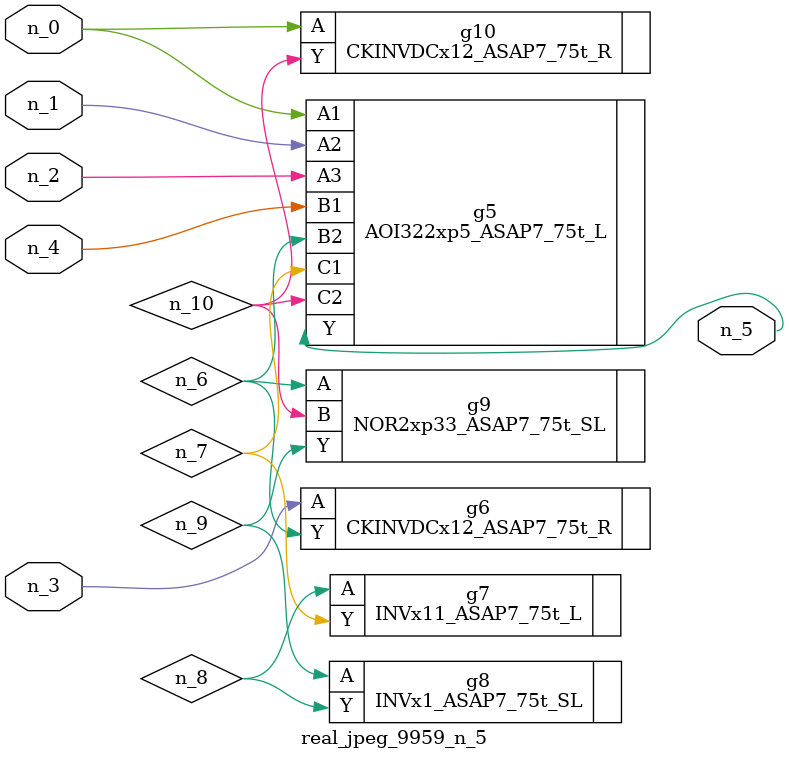
<source format=v>
module real_jpeg_9959_n_5 (n_4, n_0, n_1, n_2, n_3, n_5);

input n_4;
input n_0;
input n_1;
input n_2;
input n_3;

output n_5;

wire n_8;
wire n_6;
wire n_7;
wire n_10;
wire n_9;

AOI322xp5_ASAP7_75t_L g5 ( 
.A1(n_0),
.A2(n_1),
.A3(n_2),
.B1(n_4),
.B2(n_6),
.C1(n_7),
.C2(n_10),
.Y(n_5)
);

CKINVDCx12_ASAP7_75t_R g10 ( 
.A(n_0),
.Y(n_10)
);

CKINVDCx12_ASAP7_75t_R g6 ( 
.A(n_3),
.Y(n_6)
);

NOR2xp33_ASAP7_75t_SL g9 ( 
.A(n_6),
.B(n_10),
.Y(n_9)
);

INVx11_ASAP7_75t_L g7 ( 
.A(n_8),
.Y(n_7)
);

INVx1_ASAP7_75t_SL g8 ( 
.A(n_9),
.Y(n_8)
);


endmodule
</source>
